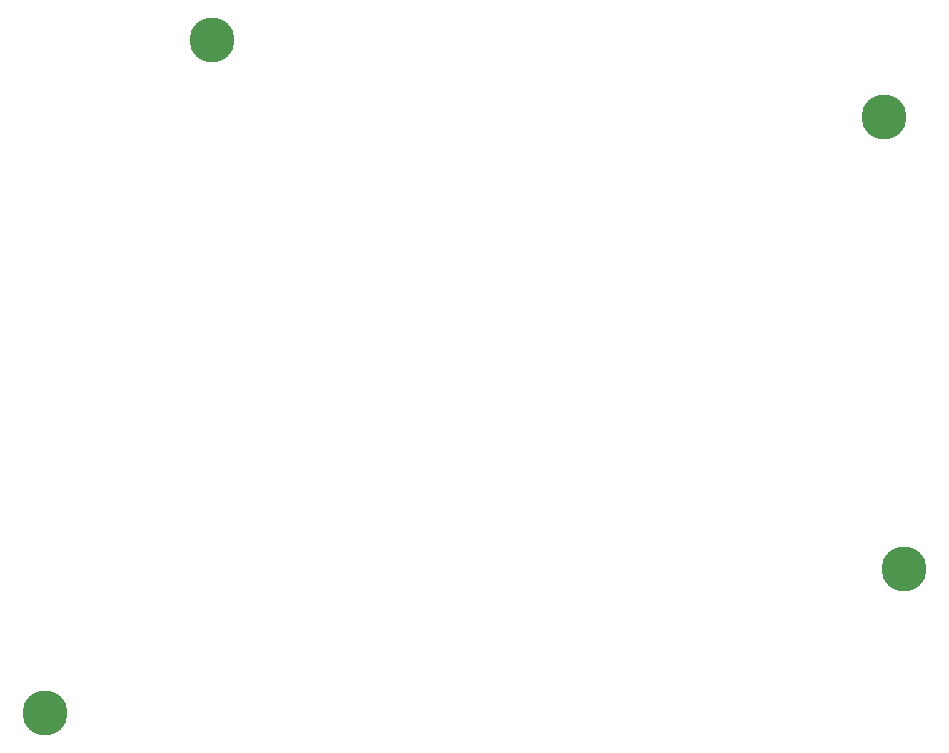
<source format=gbr>
%TF.GenerationSoftware,KiCad,Pcbnew,(5.1.10)-1*%
%TF.CreationDate,2021-12-10T08:59:27-08:00*%
%TF.ProjectId,5col-switchplate-encoder,35636f6c-2d73-4776-9974-6368706c6174,rev?*%
%TF.SameCoordinates,Original*%
%TF.FileFunction,Copper,L1,Top*%
%TF.FilePolarity,Positive*%
%FSLAX46Y46*%
G04 Gerber Fmt 4.6, Leading zero omitted, Abs format (unit mm)*
G04 Created by KiCad (PCBNEW (5.1.10)-1) date 2021-12-10 08:59:27*
%MOMM*%
%LPD*%
G01*
G04 APERTURE LIST*
%TA.AperFunction,ComponentPad*%
%ADD10C,3.800000*%
%TD*%
G04 APERTURE END LIST*
D10*
%TO.P,,1*%
%TO.N,N/C*%
X56477588Y-112136485D03*
%TD*%
%TO.P,,1*%
%TO.N,N/C*%
X70637589Y-55176487D03*
%TD*%
%TO.P,,1*%
%TO.N,N/C*%
X127487585Y-61716488D03*
%TD*%
%TO.P,,1*%
%TO.N,N/C*%
X129187674Y-99986757D03*
%TD*%
M02*

</source>
